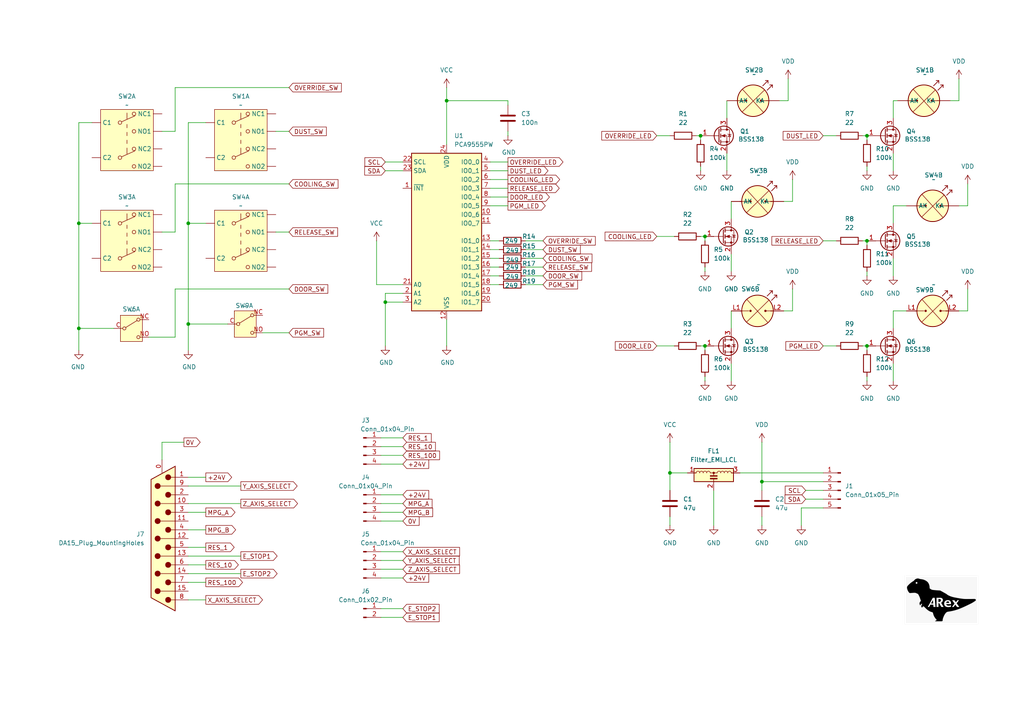
<source format=kicad_sch>
(kicad_sch (version 20231120) (generator "eeschema") (generator_version "8.0")
  (paper "A4")
  (lib_symbols
    (symbol "Connector:Conn_01x02_Pin" (pin_names (offset 1.016) hide)
      (property "Reference" "J" (at 0 2.54 0))
      (property "Value" "Conn_01x02_Pin" (at 0 -5.08 0))
      (symbol "Conn_01x02_Pin_1_1"
        (pin passive line (at 5.08 0 180) (length 3.81) (name "Pin_1") (number "1"))
        (pin passive line (at 5.08 -2.54 180) (length 3.81) (name "Pin_2") (number "2"))
      )
    )
    (symbol "Connector:Conn_01x04_Pin" (pin_names (offset 1.016) hide)
      (property "Reference" "J" (at 0 5.08 0))
      (property "Value" "Conn_01x04_Pin" (at 0 -7.62 0))
      (symbol "Conn_01x04_Pin_1_1"
        (pin passive line (at 5.08 2.54 180) (length 3.81) (name "Pin_1") (number "1"))
        (pin passive line (at 5.08 0 180) (length 3.81) (name "Pin_2") (number "2"))
        (pin passive line (at 5.08 -2.54 180) (length 3.81) (name "Pin_3") (number "3"))
        (pin passive line (at 5.08 -5.08 180) (length 3.81) (name "Pin_4") (number "4"))
      )
    )
    (symbol "Connector:Conn_01x05_Pin" (pin_names (offset 1.016) hide)
      (property "Reference" "J" (at 0 7.62 0))
      (property "Value" "Conn_01x05_Pin" (at 0 -7.62 0))
      (symbol "Conn_01x05_Pin_1_1"
        (pin passive line (at 5.08 5.08 180) (length 3.81) (name "Pin_1") (number "1"))
        (pin passive line (at 5.08 2.54 180) (length 3.81) (name "Pin_2") (number "2"))
        (pin passive line (at 5.08 0 180) (length 3.81) (name "Pin_3") (number "3"))
        (pin passive line (at 5.08 -2.54 180) (length 3.81) (name "Pin_4") (number "4"))
        (pin passive line (at 5.08 -5.08 180) (length 3.81) (name "Pin_5") (number "5"))
      )
    )
    (symbol "Connector:DA15_Plug_MountingHoles" (pin_names (offset 1.016) hide)
      (property "Reference" "J" (at 0 24.13 0))
      (property "Value" "DA15_Plug_MountingHoles" (at 0 22.225 0))
      (symbol "DA15_Plug_MountingHoles_1_1"
        (pin passive line (at 0 -22.86 90) (length 3.81) (name "PAD") (number "0"))
        (pin passive line (at -7.62 -17.78 0) (length 3.81) (name "1") (number "1"))
        (pin passive line (at -7.62 -10.16 0) (length 3.81) (name "P10") (number "10"))
        (pin passive line (at -7.62 -5.08 0) (length 3.81) (name "P111") (number "11"))
        (pin passive line (at -7.62 0 0) (length 3.81) (name "P12") (number "12"))
        (pin passive line (at -7.62 5.08 0) (length 3.81) (name "P13") (number "13"))
        (pin passive line (at -7.62 10.16 0) (length 3.81) (name "P14") (number "14"))
        (pin passive line (at -7.62 15.24 0) (length 3.81) (name "P15") (number "15"))
        (pin passive line (at -7.62 -12.7 0) (length 3.81) (name "2") (number "2"))
        (pin passive line (at -7.62 -7.62 0) (length 3.81) (name "3") (number "3"))
        (pin passive line (at -7.62 -2.54 0) (length 3.81) (name "4") (number "4"))
        (pin passive line (at -7.62 2.54 0) (length 3.81) (name "5") (number "5"))
        (pin passive line (at -7.62 7.62 0) (length 3.81) (name "6") (number "6"))
        (pin passive line (at -7.62 12.7 0) (length 3.81) (name "7") (number "7"))
        (pin passive line (at -7.62 17.78 0) (length 3.81) (name "8") (number "8"))
        (pin passive line (at -7.62 -15.24 0) (length 3.81) (name "P9") (number "9"))
      )
    )
    (symbol "Device:C" (pin_numbers hide) (pin_names (offset 0.254))
      (property "Reference" "C" (at 0.635 2.54 0))
      (property "Value" "C" (at 0.635 -2.54 0))
      (symbol "C_1_1"
        (pin passive line (at 0 3.81 270) (length 2.794) (name "~") (number "1"))
        (pin passive line (at 0 -3.81 90) (length 2.794) (name "~") (number "2"))
      )
    )
    (symbol "Device:Filter_EMI_LCL" (pin_names (offset 0.254) hide)
      (property "Reference" "FL" (at 0 6.985 0))
      (property "Value" "Filter_EMI_LCL" (at 0 5.08 0))
      (symbol "Filter_EMI_LCL_1_1"
        (pin passive line (at -7.62 2.54 0) (length 2.54) (name "1") (number "1"))
        (pin passive line (at 0 -2.54 90) (length 2.54) (name "2") (number "2"))
        (pin passive line (at 7.62 2.54 180) (length 2.54) (name "3") (number "3"))
      )
    )
    (symbol "Device:R" (pin_numbers hide) (pin_names (offset 0))
      (property "Reference" "R" (at 2.032 0 90))
      (property "Value" "R" (at 0 0 90))
      (symbol "R_1_1"
        (pin passive line (at 0 3.81 270) (length 1.27) (name "~") (number "1"))
        (pin passive line (at 0 -3.81 90) (length 1.27) (name "~") (number "2"))
      )
    )
    (symbol "Interface_Expansion:PCA9555PW"
      (property "Reference" "U" (at -8.89 24.13 0))
      (property "Value" "PCA9555PW" (at 6.35 24.13 0))
      (symbol "PCA9555PW_1_1"
        (pin open_collector line (at -12.7 12.7 0) (length 2.54) (name "~{INT}") (number "1"))
        (pin bidirectional line (at 12.7 5.08 180) (length 2.54) (name "IO0_6") (number "10"))
        (pin bidirectional line (at 12.7 2.54 180) (length 2.54) (name "IO0_7") (number "11"))
        (pin power_in line (at 0 -25.4 90) (length 2.54) (name "VSS") (number "12"))
        (pin bidirectional line (at 12.7 -2.54 180) (length 2.54) (name "IO1_0") (number "13"))
        (pin bidirectional line (at 12.7 -5.08 180) (length 2.54) (name "IO1_1") (number "14"))
        (pin bidirectional line (at 12.7 -7.62 180) (length 2.54) (name "IO1_2") (number "15"))
        (pin bidirectional line (at 12.7 -10.16 180) (length 2.54) (name "IO1_3") (number "16"))
        (pin bidirectional line (at 12.7 -12.7 180) (length 2.54) (name "IO1_4") (number "17"))
        (pin bidirectional line (at 12.7 -15.24 180) (length 2.54) (name "IO1_5") (number "18"))
        (pin bidirectional line (at 12.7 -17.78 180) (length 2.54) (name "IO1_6") (number "19"))
        (pin input line (at -12.7 -17.78 0) (length 2.54) (name "A1") (number "2"))
        (pin bidirectional line (at 12.7 -20.32 180) (length 2.54) (name "IO1_7") (number "20"))
        (pin input line (at -12.7 -15.24 0) (length 2.54) (name "A0") (number "21"))
        (pin input line (at -12.7 20.32 0) (length 2.54) (name "SCL") (number "22"))
        (pin bidirectional line (at -12.7 17.78 0) (length 2.54) (name "SDA") (number "23"))
        (pin power_in line (at 0 25.4 270) (length 2.54) (name "VDD") (number "24"))
        (pin input line (at -12.7 -20.32 0) (length 2.54) (name "A2") (number "3"))
        (pin bidirectional line (at 12.7 20.32 180) (length 2.54) (name "IO0_0") (number "4"))
        (pin bidirectional line (at 12.7 17.78 180) (length 2.54) (name "IO0_1") (number "5"))
        (pin bidirectional line (at 12.7 15.24 180) (length 2.54) (name "IO0_2") (number "6"))
        (pin bidirectional line (at 12.7 12.7 180) (length 2.54) (name "IO0_3") (number "7"))
        (pin bidirectional line (at 12.7 10.16 180) (length 2.54) (name "IO0_4") (number "8"))
        (pin bidirectional line (at 12.7 7.62 180) (length 2.54) (name "IO0_5") (number "9"))
      )
    )
    (symbol "Transistor_FET:BSS138" (pin_names hide)
      (property "Reference" "Q" (at 5.08 1.905 0))
      (property "Value" "BSS138" (at 5.08 0 0))
      (symbol "BSS138_1_1"
        (pin input line (at -5.08 0 0) (length 2.54) (name "G") (number "1"))
        (pin passive line (at 2.54 -5.08 90) (length 2.54) (name "S") (number "2"))
        (pin passive line (at 2.54 5.08 270) (length 2.54) (name "D") (number "3"))
      )
    )
    (symbol "power:GND" (power) (pin_numbers hide) (pin_names (offset 0) hide)
      (property "Value" "GND" (at 0 -3.81 0))
      (symbol "GND_1_1"
        (pin power_in line (at 0 0 270) (length 0) (name "~") (number "1"))
      )
    )
    (symbol "power:VCC" (power) (pin_numbers hide) (pin_names (offset 0) hide)
      (property "Value" "VCC" (at 0 3.556 0))
      (symbol "VCC_1_1"
        (pin power_in line (at 0 0 90) (length 0) (name "~") (number "1"))
      )
    )
    (symbol "power:VDD" (power) (pin_numbers hide) (pin_names (offset 0) hide)
      (property "Value" "VDD" (at 0 3.556 0))
      (symbol "VDD_1_1"
        (pin power_in line (at 0 0 90) (length 0) (name "~") (number "1"))
      )
    )
    (symbol "switches:DPDT_LED_16" (pin_numbers hide)
      (property "Reference" "SW" (at 0 0 0))
      (symbol "DPDT_LED_16_1_0"
        (unit_name "SW")
      )
      (symbol "DPDT_LED_16_1_1"
        (unit_name "SW")
        (pin passive line (at -10.16 -6.35 0) (length 2.54) (name "C1") (number "C1"))
        (pin passive line (at -10.16 -16.51 0) (length 2.54) (name "C2") (number "C2"))
        (pin passive line (at 10.16 -3.81 180) (length 2.54) (name "NC1") (number "NC1"))
        (pin passive line (at 10.16 -13.97 180) (length 2.54) (name "NC2") (number "NC2"))
        (pin passive line (at 10.16 -8.89 180) (length 2.54) (name "NO1") (number "NO1"))
        (pin passive line (at 10.16 -19.05 180) (length 2.54) (name "NO2") (number "NO2"))
      )
      (symbol "DPDT_LED_16_2_1"
        (unit_name "LED")
        (pin input line (at -7.62 -7.62 0) (length 3.048) (name "AK") (number "L1"))
        (pin input line (at 7.62 -7.62 180) (length 3.81) (name "KA") (number "L2"))
      )
    )
    (symbol "switches:PUSH_SPDT_LED" (pin_names hide)
      (property "Reference" "SW" (at 0 0 0))
      (symbol "PUSH_SPDT_LED_1_1"
        (pin passive line (at -5.08 -5.08 0) (length 2.54) (name "C") (number "C"))
        (pin passive line (at 5.08 -2.54 180) (length 2.54) (name "NC") (number "NC"))
        (pin passive line (at 5.08 -7.62 180) (length 2.54) (name "NO") (number "NO"))
      )
      (symbol "PUSH_SPDT_LED_2_1"
        (pin input line (at -7.62 -6.35 0) (length 3.048) (name "AK") (number "L1"))
        (pin input line (at 7.62 -6.35 180) (length 3.81) (name "KA") (number "L2"))
      )
    )
  )
  (junction (at 204.47 68.58))
  (junction (at 251.46 39.37))
  (junction (at 54.61 93.98))
  (junction (at 54.61 64.77))
  (junction (at 204.47 100.33))
  (junction (at 22.86 64.77))
  (junction (at 251.46 69.85))
  (junction (at 251.46 100.33))
  (junction (at 194.31 137.16))
  (junction (at 129.54 29.21))
  (junction (at 203.2 39.37))
  (junction (at 22.86 95.25))
  (junction (at 111.76 87.63))
  (junction (at 220.98 139.7))
  (wire (pts (xy 129.54 25.4) (xy 129.54 29.21)))
  (wire (pts (xy 144.78 80.01) (xy 142.24 80.01)))
  (wire (pts (xy 251.46 110.49) (xy 251.46 109.22)))
  (wire (pts (xy 43.18 97.79) (xy 50.8 97.79)))
  (wire (pts (xy 142.24 52.07) (xy 147.32 52.07)))
  (wire (pts (xy 275.59 29.21) (xy 278.13 29.21)))
  (wire (pts (xy 50.8 67.31) (xy 50.8 53.34)))
  (wire (pts (xy 238.76 69.85) (xy 242.57 69.85)))
  (wire (pts (xy 212.09 73.66) (xy 212.09 78.74)))
  (wire (pts (xy 251.46 101.6) (xy 251.46 100.33)))
  (wire (pts (xy 280.67 53.34) (xy 280.67 59.69)))
  (wire (pts (xy 251.46 71.12) (xy 251.46 69.85)))
  (wire (pts (xy 204.47 101.6) (xy 204.47 100.33)))
  (wire (pts (xy 250.19 69.85) (xy 251.46 69.85)))
  (wire (pts (xy 220.98 149.86) (xy 220.98 152.4)))
  (wire (pts (xy 157.48 74.93) (xy 152.4 74.93)))
  (wire (pts (xy 116.84 132.08) (xy 110.49 132.08)))
  (wire (pts (xy 212.09 105.41) (xy 212.09 110.49)))
  (wire (pts (xy 190.5 39.37) (xy 194.31 39.37)))
  (wire (pts (xy 59.69 138.43) (xy 54.61 138.43)))
  (wire (pts (xy 228.6 22.86) (xy 228.6 29.21)))
  (wire (pts (xy 278.13 22.86) (xy 278.13 29.21)))
  (wire (pts (xy 201.93 39.37) (xy 203.2 39.37)))
  (wire (pts (xy 229.87 83.82) (xy 229.87 90.17)))
  (wire (pts (xy 214.63 137.16) (xy 238.76 137.16)))
  (wire (pts (xy 129.54 29.21) (xy 129.54 41.91)))
  (wire (pts (xy 46.99 128.27) (xy 46.99 133.35)))
  (wire (pts (xy 212.09 90.17) (xy 212.09 95.25)))
  (wire (pts (xy 116.84 129.54) (xy 110.49 129.54)))
  (wire (pts (xy 53.34 128.27) (xy 46.99 128.27)))
  (wire (pts (xy 199.39 137.16) (xy 194.31 137.16)))
  (wire (pts (xy 259.08 29.21) (xy 260.35 29.21)))
  (wire (pts (xy 116.84 176.53) (xy 110.49 176.53)))
  (wire (pts (xy 54.61 161.29) (xy 69.85 161.29)))
  (wire (pts (xy 111.76 46.99) (xy 116.84 46.99)))
  (wire (pts (xy 262.89 59.69) (xy 259.08 59.69)))
  (wire (pts (xy 116.84 143.51) (xy 110.49 143.51)))
  (wire (pts (xy 59.69 173.99) (xy 54.61 173.99)))
  (wire (pts (xy 69.85 146.05) (xy 54.61 146.05)))
  (wire (pts (xy 80.01 67.31) (xy 83.82 67.31)))
  (wire (pts (xy 59.69 163.83) (xy 54.61 163.83)))
  (wire (pts (xy 109.22 82.55) (xy 116.84 82.55)))
  (wire (pts (xy 116.84 127) (xy 110.49 127)))
  (wire (pts (xy 69.85 140.97) (xy 54.61 140.97)))
  (wire (pts (xy 204.47 110.49) (xy 204.47 109.22)))
  (wire (pts (xy 50.8 38.1) (xy 50.8 25.4)))
  (wire (pts (xy 233.68 142.24) (xy 238.76 142.24)))
  (wire (pts (xy 147.32 29.21) (xy 147.32 30.48)))
  (wire (pts (xy 109.22 69.85) (xy 109.22 82.55)))
  (wire (pts (xy 116.84 165.1) (xy 110.49 165.1)))
  (wire (pts (xy 259.08 90.17) (xy 259.08 95.25)))
  (wire (pts (xy 142.24 54.61) (xy 147.32 54.61)))
  (wire (pts (xy 116.84 134.62) (xy 110.49 134.62)))
  (wire (pts (xy 116.84 148.59) (xy 110.49 148.59)))
  (wire (pts (xy 238.76 100.33) (xy 242.57 100.33)))
  (wire (pts (xy 46.99 38.1) (xy 50.8 38.1)))
  (wire (pts (xy 203.2 100.33) (xy 204.47 100.33)))
  (wire (pts (xy 26.67 35.56) (xy 22.86 35.56)))
  (wire (pts (xy 212.09 58.42) (xy 212.09 63.5)))
  (wire (pts (xy 251.46 40.64) (xy 251.46 39.37)))
  (wire (pts (xy 259.08 59.69) (xy 259.08 64.77)))
  (wire (pts (xy 76.2 96.52) (xy 83.82 96.52)))
  (wire (pts (xy 278.13 59.69) (xy 280.67 59.69)))
  (wire (pts (xy 280.67 83.82) (xy 280.67 90.17)))
  (wire (pts (xy 157.48 80.01) (xy 152.4 80.01)))
  (wire (pts (xy 278.13 90.17) (xy 280.67 90.17)))
  (wire (pts (xy 251.46 80.01) (xy 251.46 78.74)))
  (wire (pts (xy 259.08 105.41) (xy 259.08 110.49)))
  (wire (pts (xy 142.24 59.69) (xy 147.32 59.69)))
  (wire (pts (xy 203.2 68.58) (xy 204.47 68.58)))
  (wire (pts (xy 144.78 77.47) (xy 142.24 77.47)))
  (wire (pts (xy 250.19 100.33) (xy 251.46 100.33)))
  (wire (pts (xy 142.24 49.53) (xy 147.32 49.53)))
  (wire (pts (xy 22.86 64.77) (xy 22.86 95.25)))
  (wire (pts (xy 144.78 82.55) (xy 142.24 82.55)))
  (wire (pts (xy 204.47 78.74) (xy 204.47 77.47)))
  (wire (pts (xy 142.24 46.99) (xy 147.32 46.99)))
  (wire (pts (xy 259.08 29.21) (xy 259.08 34.29)))
  (wire (pts (xy 59.69 168.91) (xy 54.61 168.91)))
  (wire (pts (xy 59.69 148.59) (xy 54.61 148.59)))
  (wire (pts (xy 190.5 68.58) (xy 195.58 68.58)))
  (wire (pts (xy 50.8 97.79) (xy 50.8 83.82)))
  (wire (pts (xy 220.98 139.7) (xy 220.98 142.24)))
  (wire (pts (xy 144.78 74.93) (xy 142.24 74.93)))
  (wire (pts (xy 144.78 69.85) (xy 142.24 69.85)))
  (wire (pts (xy 250.19 39.37) (xy 251.46 39.37)))
  (wire (pts (xy 207.01 152.4) (xy 207.01 142.24)))
  (wire (pts (xy 116.84 162.56) (xy 110.49 162.56)))
  (wire (pts (xy 190.5 100.33) (xy 195.58 100.33)))
  (wire (pts (xy 50.8 53.34) (xy 83.82 53.34)))
  (wire (pts (xy 50.8 83.82) (xy 83.82 83.82)))
  (wire (pts (xy 204.47 69.85) (xy 204.47 68.58)))
  (wire (pts (xy 116.84 160.02) (xy 110.49 160.02)))
  (wire (pts (xy 203.2 40.64) (xy 203.2 39.37)))
  (wire (pts (xy 111.76 87.63) (xy 116.84 87.63)))
  (wire (pts (xy 251.46 49.53) (xy 251.46 48.26)))
  (wire (pts (xy 116.84 151.13) (xy 110.49 151.13)))
  (wire (pts (xy 83.82 38.1) (xy 80.01 38.1)))
  (wire (pts (xy 157.48 69.85) (xy 152.4 69.85)))
  (wire (pts (xy 233.68 144.78) (xy 238.76 144.78)))
  (wire (pts (xy 232.41 147.32) (xy 238.76 147.32)))
  (wire (pts (xy 210.82 29.21) (xy 210.82 34.29)))
  (wire (pts (xy 22.86 64.77) (xy 26.67 64.77)))
  (wire (pts (xy 232.41 152.4) (xy 232.41 147.32)))
  (wire (pts (xy 46.99 67.31) (xy 50.8 67.31)))
  (wire (pts (xy 129.54 29.21) (xy 147.32 29.21)))
  (wire (pts (xy 259.08 74.93) (xy 259.08 80.01)))
  (wire (pts (xy 194.31 137.16) (xy 194.31 142.24)))
  (wire (pts (xy 111.76 49.53) (xy 116.84 49.53)))
  (wire (pts (xy 50.8 25.4) (xy 83.82 25.4)))
  (wire (pts (xy 54.61 64.77) (xy 54.61 93.98)))
  (wire (pts (xy 54.61 64.77) (xy 59.69 64.77)))
  (wire (pts (xy 129.54 100.33) (xy 129.54 92.71)))
  (wire (pts (xy 220.98 128.27) (xy 220.98 139.7)))
  (wire (pts (xy 54.61 35.56) (xy 54.61 64.77)))
  (wire (pts (xy 228.6 29.21) (xy 226.06 29.21)))
  (wire (pts (xy 210.82 44.45) (xy 210.82 49.53)))
  (wire (pts (xy 111.76 85.09) (xy 111.76 87.63)))
  (wire (pts (xy 22.86 95.25) (xy 33.02 95.25)))
  (wire (pts (xy 111.76 87.63) (xy 111.76 100.33)))
  (wire (pts (xy 259.08 90.17) (xy 262.89 90.17)))
  (wire (pts (xy 157.48 82.55) (xy 152.4 82.55)))
  (wire (pts (xy 116.84 146.05) (xy 110.49 146.05)))
  (wire (pts (xy 203.2 49.53) (xy 203.2 48.26)))
  (wire (pts (xy 54.61 93.98) (xy 54.61 101.6)))
  (wire (pts (xy 229.87 52.07) (xy 229.87 58.42)))
  (wire (pts (xy 144.78 72.39) (xy 142.24 72.39)))
  (wire (pts (xy 194.31 149.86) (xy 194.31 152.4)))
  (wire (pts (xy 59.69 35.56) (xy 54.61 35.56)))
  (wire (pts (xy 22.86 95.25) (xy 22.86 101.6)))
  (wire (pts (xy 157.48 77.47) (xy 152.4 77.47)))
  (wire (pts (xy 116.84 167.64) (xy 110.49 167.64)))
  (wire (pts (xy 227.33 58.42) (xy 229.87 58.42)))
  (wire (pts (xy 259.08 44.45) (xy 259.08 49.53)))
  (wire (pts (xy 194.31 137.16) (xy 194.31 128.27)))
  (wire (pts (xy 116.84 179.07) (xy 110.49 179.07)))
  (wire (pts (xy 116.84 85.09) (xy 111.76 85.09)))
  (wire (pts (xy 54.61 166.37) (xy 69.85 166.37)))
  (wire (pts (xy 227.33 90.17) (xy 229.87 90.17)))
  (wire (pts (xy 147.32 38.1) (xy 147.32 39.37)))
  (wire (pts (xy 59.69 153.67) (xy 54.61 153.67)))
  (wire (pts (xy 238.76 39.37) (xy 242.57 39.37)))
  (wire (pts (xy 157.48 72.39) (xy 152.4 72.39)))
  (wire (pts (xy 22.86 35.56) (xy 22.86 64.77)))
  (wire (pts (xy 142.24 57.15) (xy 147.32 57.15)))
  (wire (pts (xy 54.61 93.98) (xy 66.04 93.98)))
  (wire (pts (xy 220.98 139.7) (xy 238.76 139.7)))
  (wire (pts (xy 59.69 158.75) (xy 54.61 158.75)))
  (image (at 273.05 173.99) (scale 0.1))
  (global_label "Y_AXIS_SELECT" (shape input) (at 116.84 162.56 0) (property "Intersheetrefs" "${INTERSHEET_REFS}" (effects (hide yes))))
  (global_label "RELEASE_LED" (shape output) (at 147.32 54.61 0) (property "Intersheetrefs" "${INTERSHEET_REFS}" (effects (hide yes))))
  (global_label "PGM_LED" (shape input) (at 238.76 100.33 180) (property "Intersheetrefs" "${INTERSHEET_REFS}" (effects (hide yes))))
  (global_label "DOOR_LED" (shape output) (at 147.32 57.15 0) (property "Intersheetrefs" "${INTERSHEET_REFS}" (effects (hide yes))))
  (global_label "DOOR_LED" (shape input) (at 190.5 100.33 180) (property "Intersheetrefs" "${INTERSHEET_REFS}" (effects (hide yes))))
  (global_label "COOLING_SW" (shape input) (at 157.48 74.93 0) (property "Intersheetrefs" "${INTERSHEET_REFS}" (effects (hide yes))))
  (global_label "DOOR_SW" (shape input) (at 83.82 83.82 0) (property "Intersheetrefs" "${INTERSHEET_REFS}" (effects (hide yes))))
  (global_label "COOLING_SW" (shape input) (at 83.82 53.34 0) (property "Intersheetrefs" "${INTERSHEET_REFS}" (effects (hide yes))))
  (global_label "X_AXIS_SELECT" (shape input) (at 116.84 160.02 0) (property "Intersheetrefs" "${INTERSHEET_REFS}" (effects (hide yes))))
  (global_label "OVERRIDE_SW" (shape input) (at 83.82 25.4 0) (property "Intersheetrefs" "${INTERSHEET_REFS}" (effects (hide yes))))
  (global_label "DUST_SW" (shape input) (at 83.82 38.1 0) (property "Intersheetrefs" "${INTERSHEET_REFS}" (effects (hide yes))))
  (global_label "RES_1" (shape output) (at 59.69 158.75 0) (property "Intersheetrefs" "${INTERSHEET_REFS}" (effects (hide yes))))
  (global_label "SDA" (shape input) (at 111.76 49.53 180) (property "Intersheetrefs" "${INTERSHEET_REFS}" (effects (hide yes))))
  (global_label "DUST_LED" (shape output) (at 147.32 49.53 0) (property "Intersheetrefs" "${INTERSHEET_REFS}" (effects (hide yes))))
  (global_label "RELEASE_SW" (shape input) (at 83.82 67.31 0) (property "Intersheetrefs" "${INTERSHEET_REFS}" (effects (hide yes))))
  (global_label "+24V" (shape input) (at 116.84 134.62 0) (property "Intersheetrefs" "${INTERSHEET_REFS}" (effects (hide yes))))
  (global_label "0V" (shape input) (at 116.84 151.13 0) (property "Intersheetrefs" "${INTERSHEET_REFS}" (effects (hide yes))))
  (global_label "MPG_A" (shape output) (at 59.69 148.59 0) (property "Intersheetrefs" "${INTERSHEET_REFS}" (effects (hide yes))))
  (global_label "RELEASE_SW" (shape input) (at 157.48 77.47 0) (property "Intersheetrefs" "${INTERSHEET_REFS}" (effects (hide yes))))
  (global_label "DOOR_SW" (shape input) (at 157.48 80.01 0) (property "Intersheetrefs" "${INTERSHEET_REFS}" (effects (hide yes))))
  (global_label "RELEASE_LED" (shape input) (at 238.76 69.85 180) (property "Intersheetrefs" "${INTERSHEET_REFS}" (effects (hide yes))))
  (global_label "E_STOP1" (shape input) (at 116.84 179.07 0) (property "Intersheetrefs" "${INTERSHEET_REFS}" (effects (hide yes))))
  (global_label "RES_10" (shape input) (at 116.84 129.54 0) (property "Intersheetrefs" "${INTERSHEET_REFS}" (effects (hide yes))))
  (global_label "COOLING_LED" (shape input) (at 190.5 68.58 180) (property "Intersheetrefs" "${INTERSHEET_REFS}" (effects (hide yes))))
  (global_label "DUST_LED" (shape input) (at 238.76 39.37 180) (property "Intersheetrefs" "${INTERSHEET_REFS}" (effects (hide yes))))
  (global_label "PGM_SW" (shape input) (at 157.48 82.55 0) (property "Intersheetrefs" "${INTERSHEET_REFS}" (effects (hide yes))))
  (global_label "RES_1" (shape input) (at 116.84 127 0) (property "Intersheetrefs" "${INTERSHEET_REFS}" (effects (hide yes))))
  (global_label "MPG_B" (shape input) (at 116.84 148.59 0) (property "Intersheetrefs" "${INTERSHEET_REFS}" (effects (hide yes))))
  (global_label "E_STOP2" (shape input) (at 116.84 176.53 0) (property "Intersheetrefs" "${INTERSHEET_REFS}" (effects (hide yes))))
  (global_label "RES_10" (shape output) (at 59.69 163.83 0) (property "Intersheetrefs" "${INTERSHEET_REFS}" (effects (hide yes))))
  (global_label "DUST_SW" (shape input) (at 157.48 72.39 0) (property "Intersheetrefs" "${INTERSHEET_REFS}" (effects (hide yes))))
  (global_label "Z_AXIS_SELECT" (shape output) (at 69.85 146.05 0) (property "Intersheetrefs" "${INTERSHEET_REFS}" (effects (hide yes))))
  (global_label "OVERRIDE_SW" (shape input) (at 157.48 69.85 0) (property "Intersheetrefs" "${INTERSHEET_REFS}" (effects (hide yes))))
  (global_label "SDA" (shape input) (at 233.68 144.78 180) (property "Intersheetrefs" "${INTERSHEET_REFS}" (effects (hide yes))))
  (global_label "E_STOP1" (shape output) (at 69.85 161.29 0) (property "Intersheetrefs" "${INTERSHEET_REFS}" (effects (hide yes))))
  (global_label "Z_AXIS_SELECT" (shape input) (at 116.84 165.1 0) (property "Intersheetrefs" "${INTERSHEET_REFS}" (effects (hide yes))))
  (global_label "+24V" (shape output) (at 59.69 138.43 0) (property "Intersheetrefs" "${INTERSHEET_REFS}" (effects (hide yes))))
  (global_label "SCL" (shape input) (at 111.76 46.99 180) (property "Intersheetrefs" "${INTERSHEET_REFS}" (effects (hide yes))))
  (global_label "OVERRIDE_LED" (shape output) (at 147.32 46.99 0) (property "Intersheetrefs" "${INTERSHEET_REFS}" (effects (hide yes))))
  (global_label "PGM_LED" (shape output) (at 147.32 59.69 0) (property "Intersheetrefs" "${INTERSHEET_REFS}" (effects (hide yes))))
  (global_label "E_STOP2" (shape output) (at 69.85 166.37 0) (property "Intersheetrefs" "${INTERSHEET_REFS}" (effects (hide yes))))
  (global_label "PGM_SW" (shape input) (at 83.82 96.52 0) (property "Intersheetrefs" "${INTERSHEET_REFS}" (effects (hide yes))))
  (global_label "RES_100" (shape output) (at 59.69 168.91 0) (property "Intersheetrefs" "${INTERSHEET_REFS}" (effects (hide yes))))
  (global_label "0V" (shape output) (at 53.34 128.27 0) (property "Intersheetrefs" "${INTERSHEET_REFS}" (effects (hide yes))))
  (global_label "+24V" (shape input) (at 116.84 143.51 0) (property "Intersheetrefs" "${INTERSHEET_REFS}" (effects (hide yes))))
  (global_label "+24V" (shape input) (at 116.84 167.64 0) (property "Intersheetrefs" "${INTERSHEET_REFS}" (effects (hide yes))))
  (global_label "COOLING_LED" (shape output) (at 147.32 52.07 0) (property "Intersheetrefs" "${INTERSHEET_REFS}" (effects (hide yes))))
  (global_label "X_AXIS_SELECT" (shape output) (at 59.69 173.99 0) (property "Intersheetrefs" "${INTERSHEET_REFS}" (effects (hide yes))))
  (global_label "SCL" (shape input) (at 233.68 142.24 180) (property "Intersheetrefs" "${INTERSHEET_REFS}" (effects (hide yes))))
  (global_label "Y_AXIS_SELECT" (shape output) (at 69.85 140.97 0) (property "Intersheetrefs" "${INTERSHEET_REFS}" (effects (hide yes))))
  (global_label "OVERRIDE_LED" (shape input) (at 190.5 39.37 180) (property "Intersheetrefs" "${INTERSHEET_REFS}" (effects (hide yes))))
  (global_label "MPG_B" (shape output) (at 59.69 153.67 0) (property "Intersheetrefs" "${INTERSHEET_REFS}" (effects (hide yes))))
  (global_label "MPG_A" (shape input) (at 116.84 146.05 0) (property "Intersheetrefs" "${INTERSHEET_REFS}" (effects (hide yes))))
  (global_label "RES_100" (shape input) (at 116.84 132.08 0) (property "Intersheetrefs" "${INTERSHEET_REFS}" (effects (hide yes))))
  (symbol (lib_id "power:VDD") (at 280.67 53.34 0) (unit 1)
    (property "Reference" "#PWR03" (effects (hide yes)))
    (property "Value" "VDD" (at 280.67 48.26 0))
    (property "Description" "Power symbol creates a global label with name \"VDD\"" (effects (hide yes)))
  )
  (symbol (lib_id "Device:R") (at 148.59 69.85 90) (unit 1)
    (property "Reference" "R14" (at 153.416 68.58 90))
    (property "Value" "249" (at 148.336 69.85 90))
    (property "Footprint" "Resistor_SMD:R_1206_3216Metric_Pad1.30x1.75mm_HandSolder" (effects (hide yes)))
    (property "Description" "Resistor" (effects (hide yes)))
  )
  (symbol (lib_id "switches:DPDT_LED_16") (at 218.44 21.59 0) (unit 2)
    (property "Reference" "SW2" (at 218.7448 20.32 0))
    (property "Value" "~" (at 218.7448 21.59 0))
    (property "Footprint" "Adarwoo:DPDT-LED12V" (effects (hide yes)))
  )
  (symbol (lib_id "Connector:Conn_01x04_Pin") (at 105.41 162.56 0) (unit 1)
    (property "Reference" "J5" (at 106.045 154.94 0))
    (property "Value" "Conn_01x04_Pin" (at 112.395 157.48 0))
    (property "Footprint" "Connector_Molex:Molex_KK-254_AE-6410-04A_1x04_P2.54mm_Vertical" (effects (hide yes)))
    (property "Description" "Generic connector, single row, 01x04, script generated" (effects (hide yes)))
  )
  (symbol (lib_id "Transistor_FET:BSS138") (at 209.55 68.58 0) (unit 1)
    (property "Reference" "Q2" (at 215.9 67.3099 0) (effects (justify left)))
    (property "Value" "BSS138" (at 215.392 69.596 0) (effects (justify left)))
    (property "Footprint" "Package_TO_SOT_SMD:SOT-23" (effects (hide yes)))
    (property "Datasheet" "https://www.onsemi.com/pub/Collateral/BSS138-D.PDF" (effects (hide yes)))
    (property "Description" "50V Vds, 0.22A Id, N-Channel MOSFET, SOT-23" (effects (hide yes)))
  )
  (symbol (lib_id "switches:DPDT_LED_16") (at 69.85 29.21 0) (unit 1)
    (property "Reference" "SW1" (at 69.85 27.94 0))
    (property "Value" "~" (at 69.85 30.48 0))
    (property "Footprint" "Adarwoo:DPDT-LED12V" (effects (hide yes)))
  )
  (symbol (lib_id "Device:R") (at 199.39 100.33 90) (unit 1)
    (property "Reference" "R3" (at 199.39 93.98 90))
    (property "Value" "22" (at 199.39 96.52 90))
    (property "Footprint" "Resistor_SMD:R_1206_3216Metric_Pad1.30x1.75mm_HandSolder" (effects (hide yes)))
    (property "Description" "Resistor" (effects (hide yes)))
  )
  (symbol (lib_id "power:GND") (at 204.47 110.49 0) (unit 1)
    (property "Reference" "#PWR021" (effects (hide yes)))
    (property "Value" "GND" (at 204.47 115.57 0))
    (property "Description" "Power symbol creates a global label with name \"GND\" , ground" (effects (hide yes)))
  )
  (symbol (lib_id "Interface_Expansion:PCA9555PW") (at 129.54 67.31 0) (unit 1)
    (property "Reference" "U1" (at 131.7341 39.37 0) (effects (justify left)))
    (property "Value" "PCA9555PW" (at 131.7341 41.91 0) (effects (justify left)))
    (property "Footprint" "Package_SO:TSSOP-24_4.4x7.8mm_P0.65mm" (effects (hide yes)))
    (property "Datasheet" "https://www.nxp.com/docs/en/data-sheet/PCA9555.pdf" (effects (hide yes)))
    (property "Description" "IO expander 16 GPIO, I2C 400kHz, Interrupt, 2.3 - 5.5V, TSSOP-24" (effects (hide yes)))
  )
  (symbol (lib_id "switches:DPDT_LED_16") (at 36.83 29.21 0) (unit 1)
    (property "Reference" "SW2" (at 36.83 27.94 0))
    (property "Value" "~" (at 36.83 30.48 0))
    (property "Footprint" "Adarwoo:DPDT-LED12V" (effects (hide yes)))
  )
  (symbol (lib_id "switches:DPDT_LED_16") (at 69.85 58.42 0) (unit 1)
    (property "Reference" "SW4" (at 69.85 57.15 0))
    (property "Value" "~" (at 69.85 59.69 0))
    (property "Footprint" "Adarwoo:DPDT-LED12V" (effects (hide yes)))
  )
  (symbol (lib_id "Device:R") (at 199.39 68.58 90) (unit 1)
    (property "Reference" "R2" (at 199.39 62.23 90))
    (property "Value" "22" (at 199.39 64.77 90))
    (property "Footprint" "Resistor_SMD:R_1206_3216Metric_Pad1.30x1.75mm_HandSolder" (effects (hide yes)))
    (property "Description" "Resistor" (effects (hide yes)))
  )
  (symbol (lib_id "Connector:Conn_01x05_Pin") (at 243.84 142.24 0) (mirror y) (unit 1)
    (property "Reference" "J1" (at 245.11 140.9699 0) (effects (justify right)))
    (property "Value" "Conn_01x05_Pin" (at 245.11 143.5099 0) (effects (justify right)))
    (property "Footprint" "Connector_Molex:Molex_KK-254_AE-6410-05A_1x05_P2.54mm_Vertical" (effects (hide yes)))
    (property "Description" "Generic connector, single row, 01x05, script generated" (effects (hide yes)))
  )
  (symbol (lib_id "switches:PUSH_SPDT_LED") (at 71.12 88.9 0) (unit 1)
    (property "Reference" "SW9" (at 70.866 88.646 0))
    (property "Value" "~" (at 71.12 88.9 0))
    (property "Footprint" "Adarwoo:PUSH_STDP_LED" (effects (hide yes)))
  )
  (symbol (lib_id "switches:DPDT_LED_16") (at 36.83 58.42 0) (unit 1)
    (property "Reference" "SW3" (at 36.83 57.15 0))
    (property "Value" "~" (at 36.83 59.69 0))
    (property "Footprint" "Adarwoo:DPDT-LED12V" (effects (hide yes)))
  )
  (symbol (lib_id "power:GND") (at 147.32 39.37 0) (unit 1)
    (property "Reference" "#PWR014" (effects (hide yes)))
    (property "Value" "GND" (at 147.574 44.196 0))
    (property "Description" "Power symbol creates a global label with name \"GND\" , ground" (effects (hide yes)))
  )
  (symbol (lib_id "Transistor_FET:BSS138") (at 256.54 100.33 0) (unit 1)
    (property "Reference" "Q6" (at 262.89 99.0599 0) (effects (justify left)))
    (property "Value" "BSS138" (at 262.382 101.346 0) (effects (justify left)))
    (property "Footprint" "Package_TO_SOT_SMD:SOT-23" (effects (hide yes)))
    (property "Datasheet" "https://www.onsemi.com/pub/Collateral/BSS138-D.PDF" (effects (hide yes)))
    (property "Description" "50V Vds, 0.22A Id, N-Channel MOSFET, SOT-23" (effects (hide yes)))
  )
  (symbol (lib_id "Device:R") (at 148.59 80.01 90) (unit 1)
    (property "Reference" "R18" (at 153.416 78.994 90))
    (property "Value" "249" (at 148.59 80.264 90))
    (property "Footprint" "Resistor_SMD:R_1206_3216Metric_Pad1.30x1.75mm_HandSolder" (effects (hide yes)))
    (property "Description" "Resistor" (effects (hide yes)))
  )
  (symbol (lib_id "power:GND") (at 54.61 101.6 0) (unit 1)
    (property "Reference" "#PWR015" (effects (hide yes)))
    (property "Value" "GND" (at 54.864 106.426 0))
    (property "Description" "Power symbol creates a global label with name \"GND\" , ground" (effects (hide yes)))
  )
  (symbol (lib_id "Device:R") (at 246.38 39.37 90) (unit 1)
    (property "Reference" "R7" (at 246.38 33.02 90))
    (property "Value" "22" (at 246.38 35.56 90))
    (property "Footprint" "Resistor_SMD:R_1206_3216Metric_Pad1.30x1.75mm_HandSolder" (effects (hide yes)))
    (property "Description" "Resistor" (effects (hide yes)))
  )
  (symbol (lib_id "power:GND") (at 259.08 110.49 0) (unit 1)
    (property "Reference" "#PWR030" (effects (hide yes)))
    (property "Value" "GND" (at 259.08 115.57 0))
    (property "Description" "Power symbol creates a global label with name \"GND\" , ground" (effects (hide yes)))
  )
  (symbol (lib_id "Device:R") (at 251.46 74.93 0) (unit 1)
    (property "Reference" "R11" (at 254 73.6599 0) (effects (justify left)))
    (property "Value" "100k" (at 254 76.1999 0) (effects (justify left)))
    (property "Footprint" "Resistor_SMD:R_1206_3216Metric_Pad1.30x1.75mm_HandSolder" (effects (hide yes)))
    (property "Description" "Resistor" (effects (hide yes)))
  )
  (symbol (lib_id "power:VCC") (at 109.22 69.85 0) (unit 1)
    (property "Reference" "#PWR011" (effects (hide yes)))
    (property "Value" "VCC" (at 109.22 64.77 0))
    (property "Description" "Power symbol creates a global label with name \"VCC\"" (effects (hide yes)))
  )
  (symbol (lib_id "power:GND") (at 212.09 78.74 0) (unit 1)
    (property "Reference" "#PWR023" (effects (hide yes)))
    (property "Value" "GND" (at 212.09 83.82 0))
    (property "Description" "Power symbol creates a global label with name \"GND\" , ground" (effects (hide yes)))
  )
  (symbol (lib_id "power:GND") (at 111.76 100.33 0) (unit 1)
    (property "Reference" "#PWR018" (effects (hide yes)))
    (property "Value" "GND" (at 112.014 105.156 0))
    (property "Description" "Power symbol creates a global label with name \"GND\" , ground" (effects (hide yes)))
  )
  (symbol (lib_id "Connector:Conn_01x02_Pin") (at 105.41 176.53 0) (unit 1)
    (property "Reference" "J6" (at 106.045 171.45 0))
    (property "Value" "Conn_01x02_Pin" (at 106.045 173.99 0))
    (property "Footprint" "Connector_Molex:Molex_KK-254_AE-6410-02A_1x02_P2.54mm_Vertical" (effects (hide yes)))
    (property "Description" "Generic connector, single row, 01x02, script generated" (effects (hide yes)))
  )
  (symbol (lib_id "Device:R") (at 148.59 74.93 90) (unit 1)
    (property "Reference" "R16" (at 153.416 73.914 90))
    (property "Value" "249" (at 148.59 75.438 90))
    (property "Footprint" "Resistor_SMD:R_1206_3216Metric_Pad1.30x1.75mm_HandSolder" (effects (hide yes)))
    (property "Description" "Resistor" (effects (hide yes)))
  )
  (symbol (lib_id "power:GND") (at 259.08 80.01 0) (unit 1)
    (property "Reference" "#PWR029" (effects (hide yes)))
    (property "Value" "GND" (at 259.08 85.09 0))
    (property "Description" "Power symbol creates a global label with name \"GND\" , ground" (effects (hide yes)))
  )
  (symbol (lib_id "power:GND") (at 194.31 152.4 0) (mirror y) (unit 1)
    (property "Reference" "#PWR07" (effects (hide yes)))
    (property "Value" "GND" (at 194.31 157.48 0))
    (property "Description" "Power symbol creates a global label with name \"GND\" , ground" (effects (hide yes)))
  )
  (symbol (lib_id "power:GND") (at 251.46 49.53 0) (unit 1)
    (property "Reference" "#PWR025" (effects (hide yes)))
    (property "Value" "GND" (at 251.46 54.61 0))
    (property "Description" "Power symbol creates a global label with name \"GND\" , ground" (effects (hide yes)))
  )
  (symbol (lib_id "Transistor_FET:BSS138") (at 208.28 39.37 0) (unit 1)
    (property "Reference" "Q1" (at 214.63 38.0999 0) (effects (justify left)))
    (property "Value" "BSS138" (at 214.122 40.386 0) (effects (justify left)))
    (property "Footprint" "Package_TO_SOT_SMD:SOT-23" (effects (hide yes)))
    (property "Datasheet" "https://www.onsemi.com/pub/Collateral/BSS138-D.PDF" (effects (hide yes)))
    (property "Description" "50V Vds, 0.22A Id, N-Channel MOSFET, SOT-23" (effects (hide yes)))
  )
  (symbol (lib_id "Connector:Conn_01x04_Pin") (at 105.41 146.05 0) (unit 1)
    (property "Reference" "J4" (at 106.045 138.43 0))
    (property "Value" "Conn_01x04_Pin" (at 106.045 140.97 0))
    (property "Footprint" "Connector_Molex:Molex_KK-254_AE-6410-04A_1x04_P2.54mm_Vertical" (effects (hide yes)))
    (property "Description" "Generic connector, single row, 01x04, script generated" (effects (hide yes)))
  )
  (symbol (lib_id "Device:R") (at 246.38 69.85 90) (unit 1)
    (property "Reference" "R8" (at 246.38 63.5 90))
    (property "Value" "22" (at 246.38 66.04 90))
    (property "Footprint" "Resistor_SMD:R_1206_3216Metric_Pad1.30x1.75mm_HandSolder" (effects (hide yes)))
    (property "Description" "Resistor" (effects (hide yes)))
  )
  (symbol (lib_id "power:VCC") (at 129.54 25.4 0) (unit 1)
    (property "Reference" "#PWR010" (effects (hide yes)))
    (property "Value" "VCC" (at 129.54 20.32 0))
    (property "Description" "Power symbol creates a global label with name \"VCC\"" (effects (hide yes)))
  )
  (symbol (lib_id "Device:R") (at 251.46 105.41 0) (unit 1)
    (property "Reference" "R12" (at 254 104.1399 0) (effects (justify left)))
    (property "Value" "100k" (at 254 106.6799 0) (effects (justify left)))
    (property "Footprint" "Resistor_SMD:R_1206_3216Metric_Pad1.30x1.75mm_HandSolder" (effects (hide yes)))
    (property "Description" "Resistor" (effects (hide yes)))
  )
  (symbol (lib_id "power:GND") (at 204.47 78.74 0) (unit 1)
    (property "Reference" "#PWR020" (effects (hide yes)))
    (property "Value" "GND" (at 204.47 83.82 0))
    (property "Description" "Power symbol creates a global label with name \"GND\" , ground" (effects (hide yes)))
  )
  (symbol (lib_id "switches:DPDT_LED_16") (at 270.51 52.07 0) (unit 2)
    (property "Reference" "SW4" (at 270.8148 50.8 0))
    (property "Value" "~" (at 270.8148 52.07 0))
    (property "Footprint" "Adarwoo:DPDT-LED12V" (effects (hide yes)))
  )
  (symbol (lib_id "Device:R") (at 198.12 39.37 90) (unit 1)
    (property "Reference" "R1" (at 198.12 33.02 90))
    (property "Value" "22" (at 198.12 35.56 90))
    (property "Footprint" "Resistor_SMD:R_1206_3216Metric_Pad1.30x1.75mm_HandSolder" (effects (hide yes)))
    (property "Description" "Resistor" (effects (hide yes)))
  )
  (symbol (lib_id "Device:R") (at 148.59 82.55 90) (unit 1)
    (property "Reference" "R19" (at 153.416 81.534 90))
    (property "Value" "249" (at 148.336 82.804 90))
    (property "Footprint" "Resistor_SMD:R_1206_3216Metric_Pad1.30x1.75mm_HandSolder" (effects (hide yes)))
    (property "Description" "Resistor" (effects (hide yes)))
  )
  (symbol (lib_id "Transistor_FET:BSS138") (at 256.54 69.85 0) (unit 1)
    (property "Reference" "Q5" (at 262.89 68.5799 0) (effects (justify left)))
    (property "Value" "BSS138" (at 262.382 70.866 0) (effects (justify left)))
    (property "Footprint" "Package_TO_SOT_SMD:SOT-23" (effects (hide yes)))
    (property "Datasheet" "https://www.onsemi.com/pub/Collateral/BSS138-D.PDF" (effects (hide yes)))
    (property "Description" "50V Vds, 0.22A Id, N-Channel MOSFET, SOT-23" (effects (hide yes)))
  )
  (symbol (lib_id "power:GND") (at 129.54 100.33 0) (unit 1)
    (property "Reference" "#PWR013" (effects (hide yes)))
    (property "Value" "GND" (at 129.794 105.156 0))
    (property "Description" "Power symbol creates a global label with name \"GND\" , ground" (effects (hide yes)))
  )
  (symbol (lib_id "power:GND") (at 22.86 101.6 0) (mirror y) (unit 1)
    (property "Reference" "#PWR019" (effects (hide yes)))
    (property "Value" "GND" (at 22.606 106.426 0))
    (property "Description" "Power symbol creates a global label with name \"GND\" , ground" (effects (hide yes)))
  )
  (symbol (lib_id "switches:PUSH_SPDT_LED") (at 219.71 83.82 0) (unit 2)
    (property "Reference" "SW6" (at 217.678 83.82 0))
    (property "Value" "~" (at 220.0148 82.55 0))
    (property "Footprint" "Adarwoo:PUSH_STDP_LED" (effects (hide yes)))
  )
  (symbol (lib_id "power:GND") (at 251.46 110.49 0) (unit 1)
    (property "Reference" "#PWR027" (effects (hide yes)))
    (property "Value" "GND" (at 251.46 115.57 0))
    (property "Description" "Power symbol creates a global label with name \"GND\" , ground" (effects (hide yes)))
  )
  (symbol (lib_id "switches:PUSH_SPDT_LED") (at 270.51 83.82 0) (unit 2)
    (property "Reference" "SW9" (at 268.224 84.074 0))
    (property "Value" "~" (at 270.8148 82.55 0))
    (property "Footprint" "Adarwoo:PUSH_STDP_LED" (effects (hide yes)))
  )
  (symbol (lib_id "power:GND") (at 212.09 110.49 0) (unit 1)
    (property "Reference" "#PWR024" (effects (hide yes)))
    (property "Value" "GND" (at 212.09 115.57 0))
    (property "Description" "Power symbol creates a global label with name \"GND\" , ground" (effects (hide yes)))
  )
  (symbol (lib_id "power:VDD") (at 280.67 83.82 0) (unit 1)
    (property "Reference" "#PWR04" (effects (hide yes)))
    (property "Value" "VDD" (at 280.67 78.74 0))
    (property "Description" "Power symbol creates a global label with name \"VDD\"" (effects (hide yes)))
  )
  (symbol (lib_id "power:GND") (at 203.2 49.53 0) (unit 1)
    (property "Reference" "#PWR017" (effects (hide yes)))
    (property "Value" "GND" (at 203.2 54.61 0))
    (property "Description" "Power symbol creates a global label with name \"GND\" , ground" (effects (hide yes)))
  )
  (symbol (lib_id "Device:C") (at 147.32 34.29 0) (unit 1)
    (property "Reference" "C3" (at 151.13 33.0199 0) (effects (justify left)))
    (property "Value" "100n" (at 151.13 35.5599 0) (effects (justify left)))
    (property "Footprint" "Capacitor_SMD:C_0603_1608Metric_Pad1.08x0.95mm_HandSolder" (effects (hide yes)))
    (property "Description" "Unpolarized capacitor" (effects (hide yes)))
  )
  (symbol (lib_id "power:VDD") (at 220.98 128.27 0) (unit 1)
    (property "Reference" "#PWR031" (effects (hide yes)))
    (property "Value" "VDD" (at 220.98 123.19 0))
    (property "Description" "Power symbol creates a global label with name \"VDD\"" (effects (hide yes)))
  )
  (symbol (lib_id "switches:DPDT_LED_16") (at 219.71 50.8 0) (unit 2)
    (property "Reference" "SW3" (at 220.0148 49.53 0))
    (property "Value" "~" (at 220.0148 50.8 0))
    (property "Footprint" "Adarwoo:DPDT-LED12V" (effects (hide yes)))
  )
  (symbol (lib_id "switches:DPDT_LED_16") (at 267.97 21.59 0) (unit 2)
    (property "Reference" "SW1" (at 268.2748 20.32 0))
    (property "Value" "~" (at 268.2748 21.59 0))
    (property "Footprint" "Adarwoo:DPDT-LED12V" (effects (hide yes)))
  )
  (symbol (lib_id "power:GND") (at 207.01 152.4 0) (mirror y) (unit 1)
    (property "Reference" "#PWR08" (effects (hide yes)))
    (property "Value" "GND" (at 207.01 157.48 0))
    (property "Description" "Power symbol creates a global label with name \"GND\" , ground" (effects (hide yes)))
  )
  (symbol (lib_id "power:VDD") (at 278.13 22.86 0) (unit 1)
    (property "Reference" "#PWR016" (effects (hide yes)))
    (property "Value" "VDD" (at 278.13 17.78 0))
    (property "Description" "Power symbol creates a global label with name \"VDD\"" (effects (hide yes)))
  )
  (symbol (lib_id "Transistor_FET:BSS138") (at 256.54 39.37 0) (unit 1)
    (property "Reference" "Q4" (at 262.89 38.0999 0) (effects (justify left)))
    (property "Value" "BSS138" (at 262.382 40.386 0) (effects (justify left)))
    (property "Footprint" "Package_TO_SOT_SMD:SOT-23" (effects (hide yes)))
    (property "Datasheet" "https://www.onsemi.com/pub/Collateral/BSS138-D.PDF" (effects (hide yes)))
    (property "Description" "50V Vds, 0.22A Id, N-Channel MOSFET, SOT-23" (effects (hide yes)))
  )
  (symbol (lib_id "power:GND") (at 220.98 152.4 0) (unit 1)
    (property "Reference" "#PWR09" (effects (hide yes)))
    (property "Value" "GND" (at 220.98 157.48 0))
    (property "Description" "Power symbol creates a global label with name \"GND\" , ground" (effects (hide yes)))
  )
  (symbol (lib_id "power:VDD") (at 228.6 22.86 0) (unit 1)
    (property "Reference" "#PWR02" (effects (hide yes)))
    (property "Value" "VDD" (at 228.6 17.78 0))
    (property "Description" "Power symbol creates a global label with name \"VDD\"" (effects (hide yes)))
  )
  (symbol (lib_id "Device:R") (at 204.47 105.41 0) (unit 1)
    (property "Reference" "R6" (at 207.01 104.1399 0) (effects (justify left)))
    (property "Value" "100k" (at 207.01 106.6799 0) (effects (justify left)))
    (property "Footprint" "Resistor_SMD:R_1206_3216Metric_Pad1.30x1.75mm_HandSolder" (effects (hide yes)))
    (property "Description" "Resistor" (effects (hide yes)))
  )
  (symbol (lib_id "Device:R") (at 251.46 44.45 0) (unit 1)
    (property "Reference" "R10" (at 254 43.1799 0) (effects (justify left)))
    (property "Value" "100k" (at 254 45.7199 0) (effects (justify left)))
    (property "Footprint" "Resistor_SMD:R_1206_3216Metric_Pad1.30x1.75mm_HandSolder" (effects (hide yes)))
    (property "Description" "Resistor" (effects (hide yes)))
  )
  (symbol (lib_id "switches:PUSH_SPDT_LED") (at 38.1 90.17 0) (unit 1)
    (property "Reference" "SW6" (at 38.1 89.662 0))
    (property "Value" "~" (at 38.1 90.17 0))
    (property "Footprint" "Adarwoo:PUSH_STDP_LED" (effects (hide yes)))
  )
  (symbol (lib_id "power:VCC") (at 194.31 128.27 0) (unit 1)
    (property "Reference" "#PWR06" (effects (hide yes)))
    (property "Value" "VCC" (at 194.31 123.19 0))
    (property "Description" "Power symbol creates a global label with name \"VCC\"" (effects (hide yes)))
  )
  (symbol (lib_id "power:GND") (at 251.46 80.01 0) (unit 1)
    (property "Reference" "#PWR026" (effects (hide yes)))
    (property "Value" "GND" (at 251.46 85.09 0))
    (property "Description" "Power symbol creates a global label with name \"GND\" , ground" (effects (hide yes)))
  )
  (symbol (lib_id "power:GND") (at 232.41 152.4 0) (unit 1)
    (property "Reference" "#PWR033" (effects (hide yes)))
    (property "Value" "GND" (at 232.41 157.48 0))
    (property "Description" "Power symbol creates a global label with name \"GND\" , ground" (effects (hide yes)))
  )
  (symbol (lib_id "Device:C") (at 220.98 146.05 0) (unit 1)
    (property "Reference" "C2" (at 224.79 144.7799 0) (effects (justify left)))
    (property "Value" "47u" (at 224.79 147.3199 0) (effects (justify left)))
    (property "Footprint" "Capacitor_SMD:C_1210_3225Metric_Pad1.33x2.70mm_HandSolder" (effects (hide yes)))
    (property "Description" "Unpolarized capacitor" (effects (hide yes)))
  )
  (symbol (lib_id "Device:R") (at 203.2 44.45 0) (unit 1)
    (property "Reference" "R4" (at 205.74 43.1799 0) (effects (justify left)))
    (property "Value" "100k" (at 205.74 45.7199 0) (effects (justify left)))
    (property "Footprint" "Resistor_SMD:R_1206_3216Metric_Pad1.30x1.75mm_HandSolder" (effects (hide yes)))
    (property "Description" "Resistor" (effects (hide yes)))
  )
  (symbol (lib_id "Device:R") (at 148.59 77.47 90) (unit 1)
    (property "Reference" "R17" (at 153.416 76.454 90))
    (property "Value" "249" (at 148.59 77.47 90))
    (property "Footprint" "Resistor_SMD:R_1206_3216Metric_Pad1.30x1.75mm_HandSolder" (effects (hide yes)))
    (property "Description" "Resistor" (effects (hide yes)))
  )
  (symbol (lib_id "power:GND") (at 210.82 49.53 0) (unit 1)
    (property "Reference" "#PWR022" (effects (hide yes)))
    (property "Value" "GND" (at 210.82 54.61 0))
    (property "Description" "Power symbol creates a global label with name \"GND\" , ground" (effects (hide yes)))
  )
  (symbol (lib_id "Device:C") (at 194.31 146.05 0) (unit 1)
    (property "Reference" "C1" (at 198.12 144.7799 0) (effects (justify left)))
    (property "Value" "47u" (at 198.12 147.3199 0) (effects (justify left)))
    (property "Footprint" "Capacitor_SMD:C_1210_3225Metric_Pad1.33x2.70mm_HandSolder" (effects (hide yes)))
    (property "Description" "Unpolarized capacitor" (effects (hide yes)))
  )
  (symbol (lib_id "Device:Filter_EMI_LCL") (at 207.01 139.7 0) (unit 1)
    (property "Reference" "FL1" (at 207.01 130.81 0))
    (property "Value" "Filter_EMI_LCL" (at 207.01 133.35 0))
    (property "Footprint" "cnc:Murata_NFM61R" (effects (hide yes)))
    (property "Datasheet" "http://www.murata.com/~/media/webrenewal/support/library/catalog/products/emc/emifil/c31e.ashx?la=en-gb" (effects (hide yes)))
    (property "Description" "EMI T-filter (LCL)" (effects (hide yes)))
  )
  (symbol (lib_id "Device:R") (at 246.38 100.33 90) (unit 1)
    (property "Reference" "R9" (at 246.38 93.98 90))
    (property "Value" "22" (at 246.38 96.52 90))
    (property "Footprint" "Resistor_SMD:R_1206_3216Metric_Pad1.30x1.75mm_HandSolder" (effects (hide yes)))
    (property "Description" "Resistor" (effects (hide yes)))
  )
  (symbol (lib_id "Device:R") (at 204.47 73.66 0) (unit 1)
    (property "Reference" "R5" (at 207.01 72.3899 0) (effects (justify left)))
    (property "Value" "100k" (at 207.01 74.9299 0) (effects (justify left)))
    (property "Footprint" "Resistor_SMD:R_1206_3216Metric_Pad1.30x1.75mm_HandSolder" (effects (hide yes)))
    (property "Description" "Resistor" (effects (hide yes)))
  )
  (symbol (lib_id "Transistor_FET:BSS138") (at 209.55 100.33 0) (unit 1)
    (property "Reference" "Q3" (at 215.9 99.0599 0) (effects (justify left)))
    (property "Value" "BSS138" (at 215.392 101.346 0) (effects (justify left)))
    (property "Footprint" "Package_TO_SOT_SMD:SOT-23" (effects (hide yes)))
    (property "Datasheet" "https://www.onsemi.com/pub/Collateral/BSS138-D.PDF" (effects (hide yes)))
    (property "Description" "50V Vds, 0.22A Id, N-Channel MOSFET, SOT-23" (effects (hide yes)))
  )
  (symbol (lib_id "power:VDD") (at 229.87 83.82 0) (unit 1)
    (property "Reference" "#PWR05" (effects (hide yes)))
    (property "Value" "VDD" (at 229.87 78.74 0))
    (property "Description" "Power symbol creates a global label with name \"VDD\"" (effects (hide yes)))
  )
  (symbol (lib_id "power:VDD") (at 229.87 52.07 0) (unit 1)
    (property "Reference" "#PWR01" (effects (hide yes)))
    (property "Value" "VDD" (at 229.87 46.99 0))
    (property "Description" "Power symbol creates a global label with name \"VDD\"" (effects (hide yes)))
  )
  (symbol (lib_id "power:GND") (at 259.08 49.53 0) (unit 1)
    (property "Reference" "#PWR028" (effects (hide yes)))
    (property "Value" "GND" (at 259.08 54.61 0))
    (property "Description" "Power symbol creates a global label with name \"GND\" , ground" (effects (hide yes)))
  )
  (symbol (lib_id "Device:R") (at 148.59 72.39 90) (unit 1)
    (property "Reference" "R15" (at 153.416 71.374 90))
    (property "Value" "249" (at 148.59 72.644 90))
    (property "Footprint" "Resistor_SMD:R_1206_3216Metric_Pad1.30x1.75mm_HandSolder" (effects (hide yes)))
    (property "Description" "Resistor" (effects (hide yes)))
  )
  (symbol (lib_id "Connector:Conn_01x04_Pin") (at 105.41 129.54 0) (unit 1)
    (property "Reference" "J3" (at 106.045 121.92 0))
    (property "Value" "Conn_01x04_Pin" (at 112.395 124.46 0))
    (property "Footprint" "Connector_Molex:Molex_KK-254_AE-6410-04A_1x04_P2.54mm_Vertical" (effects (hide yes)))
    (property "Description" "Generic connector, single row, 01x04, script generated" (effects (hide yes)))
  )
  (symbol (lib_id "Connector:DA15_Plug_MountingHoles") (at 46.99 156.21 180) (unit 1)
    (property "Reference" "J7" (at 41.91 154.9399 0) (effects (justify left)))
    (property "Value" "DA15_Plug_MountingHoles" (at 41.91 157.4799 0) (effects (justify left)))
    (property "Footprint" "Connector_Dsub:DSUB-15_Male_Horizontal_P2.77x2.84mm_EdgePinOffset7.70mm_Housed_MountingHolesOffset9.12mm" (effects (hide yes)))
    (property "Description" "15-pin male plug pin D-SUB connector (low-density/2 columns), Mounting Hole" (effects (hide yes)))
  )
)
</source>
